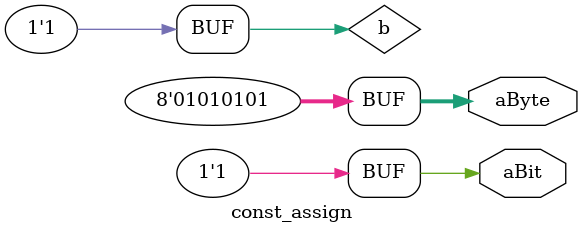
<source format=v>


`timescale 1ns/10ps

module const_assign (
    aBit,
    aByte
);


output aBit;
wire aBit;
output [7:0] aByte;
wire [7:0] aByte;

wire b;


assign b = 1;




assign aBit = b;
assign aByte = 85;

endmodule

</source>
